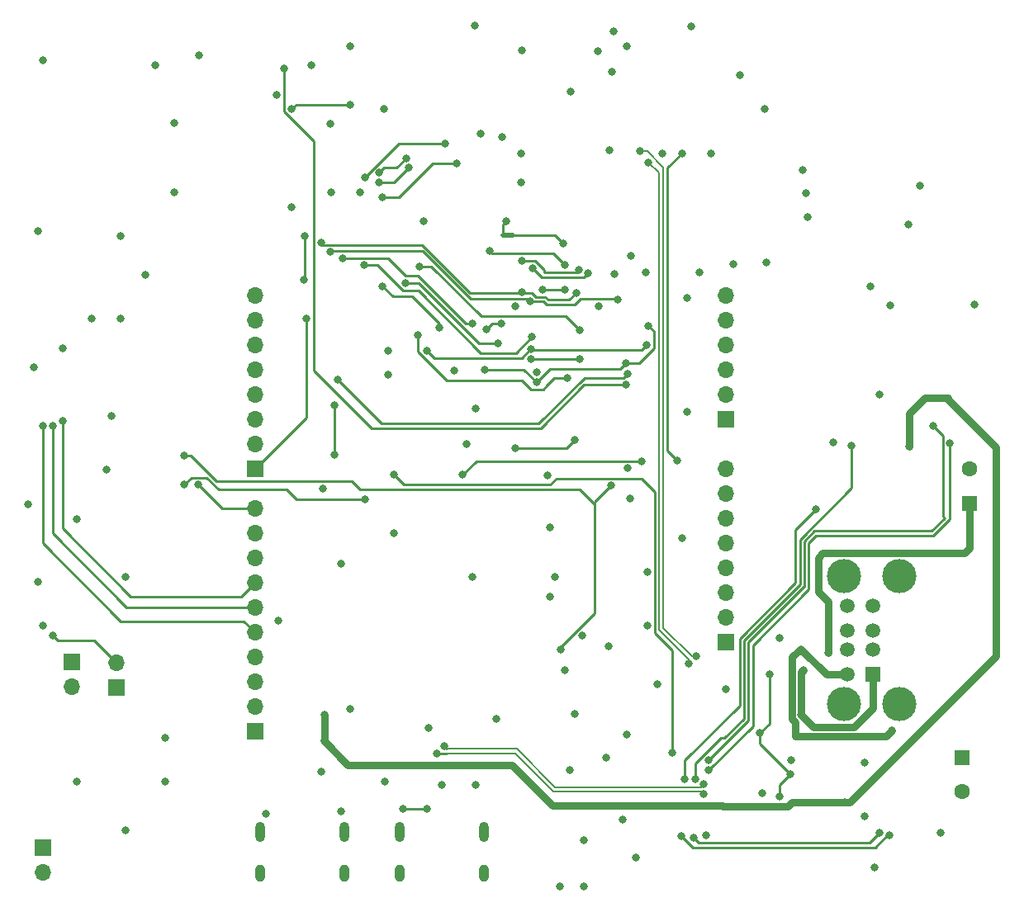
<source format=gbl>
G04 #@! TF.GenerationSoftware,KiCad,Pcbnew,8.0.8+1*
G04 #@! TF.CreationDate,2025-07-08T07:12:23+00:00*
G04 #@! TF.ProjectId,mbed-ce-ci-shield-v2,6d626564-2d63-4652-9d63-692d73686965,0*
G04 #@! TF.SameCoordinates,Original*
G04 #@! TF.FileFunction,Copper,L4,Bot*
G04 #@! TF.FilePolarity,Positive*
%FSLAX46Y46*%
G04 Gerber Fmt 4.6, Leading zero omitted, Abs format (unit mm)*
G04 Created by KiCad (PCBNEW 8.0.8+1) date 2025-07-08 07:12:23*
%MOMM*%
%LPD*%
G01*
G04 APERTURE LIST*
G04 #@! TA.AperFunction,EtchedComponent*
%ADD10C,0.000000*%
G04 #@! TD*
G04 #@! TA.AperFunction,ComponentPad*
%ADD11R,1.700000X1.700000*%
G04 #@! TD*
G04 #@! TA.AperFunction,ComponentPad*
%ADD12O,1.700000X1.700000*%
G04 #@! TD*
G04 #@! TA.AperFunction,ComponentPad*
%ADD13R,1.600000X1.600000*%
G04 #@! TD*
G04 #@! TA.AperFunction,ComponentPad*
%ADD14C,1.600000*%
G04 #@! TD*
G04 #@! TA.AperFunction,ComponentPad*
%ADD15O,1.000000X2.100000*%
G04 #@! TD*
G04 #@! TA.AperFunction,ComponentPad*
%ADD16O,1.000000X1.800000*%
G04 #@! TD*
G04 #@! TA.AperFunction,ComponentPad*
%ADD17R,1.500000X1.500000*%
G04 #@! TD*
G04 #@! TA.AperFunction,ComponentPad*
%ADD18C,1.500000*%
G04 #@! TD*
G04 #@! TA.AperFunction,ComponentPad*
%ADD19C,3.500000*%
G04 #@! TD*
G04 #@! TA.AperFunction,SMDPad,CuDef*
%ADD20C,0.500000*%
G04 #@! TD*
G04 #@! TA.AperFunction,ViaPad*
%ADD21C,0.800000*%
G04 #@! TD*
G04 #@! TA.AperFunction,Conductor*
%ADD22C,0.750000*%
G04 #@! TD*
G04 #@! TA.AperFunction,Conductor*
%ADD23C,0.250000*%
G04 #@! TD*
G04 #@! TA.AperFunction,Conductor*
%ADD24C,0.200000*%
G04 #@! TD*
G04 APERTURE END LIST*
D10*
G04 #@! TA.AperFunction,EtchedComponent*
G36*
X106170000Y-49190000D02*
G01*
X105170000Y-49190000D01*
X105170000Y-48690000D01*
X106170000Y-48690000D01*
X106170000Y-49190000D01*
G37*
G04 #@! TD.AperFunction*
D11*
X79750000Y-72870000D03*
D12*
X79750000Y-70330000D03*
X79750000Y-67790000D03*
X79750000Y-65250000D03*
X79750000Y-62710000D03*
X79750000Y-60170000D03*
X79750000Y-57630000D03*
X79750000Y-55090000D03*
D13*
X153000000Y-76402651D03*
D14*
X153000000Y-72902651D03*
D11*
X79750000Y-99794000D03*
D12*
X79750000Y-97254000D03*
X79750000Y-94714000D03*
X79750000Y-92174000D03*
X79750000Y-89634000D03*
X79750000Y-87094000D03*
X79750000Y-84554000D03*
X79750000Y-82014000D03*
X79750000Y-79474000D03*
X79750000Y-76934000D03*
D15*
X94565051Y-110160000D03*
D16*
X94565051Y-114340000D03*
D15*
X103205051Y-110160000D03*
D16*
X103205051Y-114340000D03*
D11*
X128010000Y-90650000D03*
D12*
X128010000Y-88110000D03*
X128010000Y-85570000D03*
X128010000Y-83030000D03*
X128010000Y-80490000D03*
X128010000Y-77950000D03*
X128010000Y-75410000D03*
X128010000Y-72870000D03*
D11*
X128010000Y-67790000D03*
D12*
X128010000Y-65250000D03*
X128010000Y-62710000D03*
X128010000Y-60170000D03*
X128010000Y-57630000D03*
X128010000Y-55090000D03*
D11*
X65500000Y-95275000D03*
D12*
X65500000Y-92735000D03*
D11*
X58000000Y-111725000D03*
D12*
X58000000Y-114265000D03*
D11*
X61000000Y-92725000D03*
D12*
X61000000Y-95265000D03*
D15*
X80270000Y-110160000D03*
D16*
X80270000Y-114340000D03*
D15*
X88910000Y-110160000D03*
D16*
X88910000Y-114340000D03*
D13*
X152250000Y-102500000D03*
D14*
X152250000Y-106000000D03*
D17*
X143107685Y-93940000D03*
D18*
X143107685Y-91440000D03*
X143107685Y-89440000D03*
X143107685Y-86940000D03*
X140487685Y-93940000D03*
X140487685Y-91440000D03*
X140487685Y-89440000D03*
X140487685Y-86940000D03*
D19*
X145817685Y-97010000D03*
X145817685Y-83870000D03*
X140137685Y-97010000D03*
X140137685Y-83870000D03*
D20*
X105170000Y-48940000D03*
X106170000Y-48940000D03*
D21*
X93035051Y-104940000D03*
X121025000Y-95000000D03*
X106400000Y-56200000D03*
X113500000Y-111000000D03*
X88590000Y-108015000D03*
X112500000Y-98000000D03*
X69500000Y-31500000D03*
X86535051Y-103940000D03*
X101450000Y-70300000D03*
X86700000Y-74900000D03*
X116300000Y-32137659D03*
X133500000Y-90250000D03*
X116100000Y-40200000D03*
X114900000Y-30037659D03*
X63000000Y-57500000D03*
X110500000Y-84000000D03*
X143250000Y-113750000D03*
X129500000Y-32500000D03*
X61500000Y-105000000D03*
X115750000Y-102500000D03*
X102000000Y-84000000D03*
X128800000Y-51900000D03*
X56500000Y-76500000D03*
X60000000Y-60500000D03*
X109750000Y-73550000D03*
X89500000Y-97475000D03*
X68500000Y-52975000D03*
X57500000Y-48500000D03*
X136200000Y-44600000D03*
X118750000Y-112750000D03*
X118200000Y-75950000D03*
X97000000Y-47500000D03*
X116600000Y-52900000D03*
X87500000Y-37500000D03*
X124000000Y-67000000D03*
X90500000Y-44500000D03*
X71500000Y-37394998D03*
X113250000Y-90000000D03*
X97500000Y-99500000D03*
X115000000Y-56200000D03*
X104500000Y-98500000D03*
X93000000Y-36000000D03*
X126500000Y-40500000D03*
X58000000Y-89000000D03*
X93400000Y-60800000D03*
X58000000Y-31000000D03*
X82000000Y-34500000D03*
X61500000Y-78000000D03*
X124000000Y-55337500D03*
X147900000Y-43800000D03*
X98885051Y-105265000D03*
X131760000Y-106165500D03*
X128000000Y-95500000D03*
X142220000Y-103000000D03*
X110974712Y-115713389D03*
X71500000Y-44500000D03*
X153500000Y-56000000D03*
X66500000Y-84000000D03*
X119800000Y-52725500D03*
X117900000Y-29537659D03*
X64500000Y-73000000D03*
X102910000Y-38490000D03*
X120000000Y-89000000D03*
X121500000Y-40500000D03*
X94000000Y-79500000D03*
X142250000Y-108500000D03*
X107000000Y-43500000D03*
X83500000Y-46000000D03*
X85500000Y-31500000D03*
X66500000Y-110000000D03*
X102262500Y-27405000D03*
X82150000Y-88425000D03*
X134750000Y-102750000D03*
X80840000Y-108265000D03*
X102385051Y-105265000D03*
X120000000Y-83500000D03*
X144900000Y-56100000D03*
X66000000Y-49000000D03*
X70500000Y-105000000D03*
X110000000Y-78900000D03*
X143750000Y-65250000D03*
X146850000Y-70560000D03*
X86890000Y-98070000D03*
X140220000Y-107050000D03*
X107000000Y-40525000D03*
X89500000Y-29500000D03*
X87525000Y-44500000D03*
X116500000Y-28000000D03*
X57500000Y-84500000D03*
X135900000Y-42200000D03*
X111500000Y-93500000D03*
X126000000Y-110500000D03*
X132200000Y-51700000D03*
X88600000Y-82600000D03*
X110000000Y-86000000D03*
X116040000Y-91060000D03*
X125300000Y-52700000D03*
X107110000Y-29990000D03*
X150000000Y-110250000D03*
X113474712Y-115713389D03*
X93400000Y-63200000D03*
X57050000Y-62500000D03*
X123500000Y-80000000D03*
X65000000Y-67462500D03*
X70500000Y-100500000D03*
X139000000Y-70200000D03*
X108600000Y-62975402D03*
X146700000Y-47800000D03*
X142800000Y-54200000D03*
X132000000Y-35975000D03*
X136400000Y-47037659D03*
X112010000Y-103775500D03*
X102350000Y-66700000D03*
X117950000Y-72800000D03*
X73962500Y-30500000D03*
X112100000Y-34200000D03*
X65950000Y-57500000D03*
X105070000Y-38850000D03*
X100200000Y-62800000D03*
X117870000Y-100130000D03*
X124500000Y-27500000D03*
X118250000Y-51000000D03*
X117470000Y-108850000D03*
X134620000Y-104225000D03*
X131500000Y-99975000D03*
X133500000Y-106500000D03*
X132500000Y-94000000D03*
X97385051Y-107765000D03*
X94885051Y-107765000D03*
X123800000Y-104720000D03*
X137210000Y-77060000D03*
X123487701Y-110512299D03*
X144770000Y-110470000D03*
X85000000Y-57500000D03*
X107100000Y-51500000D03*
X112964137Y-52449051D03*
X111500000Y-54500000D03*
X103800000Y-50500000D03*
X109184623Y-54500500D03*
X111500000Y-51975500D03*
X119900000Y-60200000D03*
X97400000Y-60800000D03*
X108000000Y-60600000D03*
X108000000Y-61599503D03*
X113000000Y-61600000D03*
X125750000Y-106275000D03*
X98350000Y-102070000D03*
X125750000Y-105225000D03*
X99190000Y-101340000D03*
X120100000Y-58200000D03*
X117800000Y-62000000D03*
X108600000Y-64000000D03*
X103300000Y-62700000D03*
X106450000Y-70800000D03*
X112550000Y-69950000D03*
X149250000Y-68500000D03*
X126250000Y-102750000D03*
X143750000Y-110250000D03*
X124750000Y-110750000D03*
X124900000Y-104670000D03*
X140890000Y-70500000D03*
X126262299Y-103762299D03*
X151000000Y-70250000D03*
X136000000Y-93500000D03*
X138500000Y-91750000D03*
X135754214Y-98135042D03*
X135750219Y-91378280D03*
X145000000Y-99750000D03*
X105016360Y-57975000D03*
X103475000Y-58580000D03*
X124252598Y-92871232D03*
X120100000Y-41437659D03*
X111324500Y-49800000D03*
X108200000Y-52300000D03*
X113900000Y-52800000D03*
X119229163Y-40300000D03*
X124995062Y-92128768D03*
X96600000Y-52100000D03*
X113000000Y-58680000D03*
X92840000Y-54140000D03*
X98642299Y-58382299D03*
X87890000Y-66345500D03*
X87930000Y-71430000D03*
X88230000Y-63770000D03*
X117946357Y-63125620D03*
X116900000Y-55500000D03*
X107949695Y-55675000D03*
X87494161Y-50624500D03*
X86500000Y-49700000D03*
X112700000Y-54800000D03*
X107125000Y-54737653D03*
X58000000Y-68500000D03*
X102000000Y-58012500D03*
X88700000Y-51275500D03*
X95200000Y-53800000D03*
X84800000Y-48975000D03*
X104682299Y-60000000D03*
X60000000Y-68000000D03*
X84760000Y-53500000D03*
X108110000Y-59370000D03*
X90900000Y-52000000D03*
X59000000Y-68500000D03*
X92775001Y-45020404D03*
X100425151Y-41574844D03*
X105500000Y-47500000D03*
X73900000Y-74500000D03*
X72500000Y-71500000D03*
X116250000Y-74600000D03*
X111050000Y-91400000D03*
X111760000Y-63580000D03*
X96440000Y-59190000D03*
X82725000Y-31775000D03*
X117780000Y-64260000D03*
X59000000Y-90000000D03*
X91000000Y-43000000D03*
X99225000Y-39500000D03*
X95500000Y-42000000D03*
X92500000Y-43500000D03*
X94000000Y-73500000D03*
X122500000Y-102000000D03*
X72500000Y-74500000D03*
X91000000Y-76000000D03*
X123000000Y-72000000D03*
X123500000Y-40500000D03*
X119425000Y-72075000D03*
X101000000Y-73500000D03*
X92500000Y-42500000D03*
X95225000Y-41000000D03*
X83500000Y-36000000D03*
X89500000Y-35500000D03*
D22*
X140220000Y-107050000D02*
X140760000Y-107050000D01*
X155740000Y-70710000D02*
X150780000Y-65750000D01*
X127630000Y-107390000D02*
X127740000Y-107500000D01*
X150780000Y-65560000D02*
X148460000Y-65560000D01*
X86890000Y-98070000D02*
X86890000Y-100650051D01*
X86775051Y-100765000D02*
X89262350Y-103252299D01*
X110260000Y-107390000D02*
X127630000Y-107390000D01*
X127740000Y-107500000D02*
X134361141Y-107500000D01*
X89262350Y-103252299D02*
X106122299Y-103252299D01*
X147470000Y-66550000D02*
X146850000Y-67170000D01*
X86890000Y-100650051D02*
X86775051Y-100765000D01*
X155200000Y-92610000D02*
X155740000Y-92070000D01*
X155740000Y-92070000D02*
X155740000Y-70710000D01*
X134361141Y-107500000D02*
X134811141Y-107050000D01*
X134811141Y-107050000D02*
X140220000Y-107050000D01*
X148460000Y-65560000D02*
X147470000Y-66550000D01*
X150780000Y-65750000D02*
X150780000Y-65560000D01*
X146850000Y-67170000D02*
X146850000Y-70560000D01*
X140760000Y-107050000D02*
X155200000Y-92610000D01*
X106122299Y-103252299D02*
X110260000Y-107390000D01*
D23*
X133500000Y-105345000D02*
X133500000Y-106500000D01*
X132500000Y-94000000D02*
X132500000Y-99000000D01*
X131525000Y-99975000D02*
X131500000Y-99975000D01*
X132500000Y-99000000D02*
X131525000Y-99975000D01*
X131500000Y-99975000D02*
X131500000Y-101105000D01*
X131500000Y-101105000D02*
X134620000Y-104225000D01*
X134620000Y-104225000D02*
X133500000Y-105345000D01*
X94885051Y-107765000D02*
X97385051Y-107765000D01*
X129420000Y-90307208D02*
X135150000Y-84577208D01*
X135150000Y-79120000D02*
X137210000Y-77060000D01*
X123800000Y-102770000D02*
X129420000Y-97150000D01*
X123800000Y-104720000D02*
X123800000Y-102770000D01*
X135150000Y-84577208D02*
X135150000Y-79120000D01*
X129420000Y-97150000D02*
X129420000Y-90307208D01*
X144770000Y-110470000D02*
X144555305Y-110470000D01*
X124675402Y-111700000D02*
X123487701Y-110512299D01*
X144555305Y-110470000D02*
X143325305Y-111700000D01*
X143325305Y-111700000D02*
X124675402Y-111700000D01*
X85000000Y-67620000D02*
X79750000Y-72870000D01*
X85000000Y-67620000D02*
X85000000Y-57500000D01*
X109400000Y-52700000D02*
X112713188Y-52700000D01*
X107100000Y-51500000D02*
X108425305Y-51500000D01*
X108425305Y-51500000D02*
X109400000Y-52474695D01*
X109400000Y-52474695D02*
X109400000Y-52700000D01*
X112713188Y-52700000D02*
X112964137Y-52449051D01*
X103800000Y-50500000D02*
X104075000Y-50775000D01*
X110299500Y-50775000D02*
X111500000Y-51975500D01*
X111499500Y-54500500D02*
X111500000Y-54500000D01*
X104075000Y-50775000D02*
X110299500Y-50775000D01*
X109184623Y-54500500D02*
X111499500Y-54500500D01*
X98100000Y-61500000D02*
X97400000Y-60800000D01*
X107074198Y-61500000D02*
X98100000Y-61500000D01*
X108000000Y-60600000D02*
X107974198Y-60600000D01*
X119900000Y-60200000D02*
X119375000Y-60725000D01*
X108125000Y-60725000D02*
X108000000Y-60600000D01*
X119375000Y-60725000D02*
X108125000Y-60725000D01*
X107974198Y-60600000D02*
X107074198Y-61500000D01*
X108000000Y-61599503D02*
X108000497Y-61600000D01*
X108000497Y-61600000D02*
X113000000Y-61600000D01*
D24*
X106436800Y-102065000D02*
X99430000Y-102065000D01*
X125450001Y-105975001D02*
X110346801Y-105975001D01*
X125750000Y-106275000D02*
X125450001Y-105975001D01*
D23*
X98355000Y-102065000D02*
X98350000Y-102070000D01*
D24*
X110346801Y-105975001D02*
X106436800Y-102065000D01*
D23*
X99430000Y-102065000D02*
X98355000Y-102065000D01*
X99430000Y-101580000D02*
X99190000Y-101340000D01*
D24*
X110533199Y-105524999D02*
X106623200Y-101615000D01*
X125750000Y-105225000D02*
X125450001Y-105524999D01*
X125450001Y-105524999D02*
X110533199Y-105524999D01*
X106623200Y-101615000D02*
X99430000Y-101615000D01*
D23*
X99430000Y-101615000D02*
X99430000Y-101580000D01*
X108600000Y-64000000D02*
X107300000Y-62700000D01*
X120100000Y-58200000D02*
X120625000Y-58725000D01*
X108600000Y-64000000D02*
X110000000Y-62600000D01*
X119125305Y-62000000D02*
X117800000Y-62000000D01*
X107300000Y-62700000D02*
X103300000Y-62700000D01*
X120625000Y-60500305D02*
X119125305Y-62000000D01*
X120625000Y-58725000D02*
X120625000Y-60500305D01*
X117200000Y-62600000D02*
X117800000Y-62000000D01*
X110000000Y-62600000D02*
X117200000Y-62600000D01*
X106450000Y-70800000D02*
X111700000Y-70800000D01*
X111700000Y-70800000D02*
X112550000Y-69950000D01*
X137113604Y-79250000D02*
X149113604Y-79250000D01*
X136000000Y-85000000D02*
X136050000Y-85000000D01*
X136050000Y-80313604D02*
X137113604Y-79250000D01*
X150275000Y-69525000D02*
X149250000Y-68500000D01*
X149113604Y-79250000D02*
X150431802Y-77931802D01*
X150431802Y-77931802D02*
X150275000Y-77775000D01*
X130325000Y-98675000D02*
X130325000Y-90675000D01*
X126250000Y-102750000D02*
X130325000Y-98675000D01*
X150275000Y-77775000D02*
X150275000Y-69525000D01*
X136050000Y-85000000D02*
X136050000Y-80313604D01*
X130325000Y-90675000D02*
X136000000Y-85000000D01*
X125250000Y-111250000D02*
X124750000Y-110750000D01*
X143750000Y-110250000D02*
X142750000Y-111250000D01*
X126000000Y-111250000D02*
X125250000Y-111250000D01*
X142750000Y-111250000D02*
X126000000Y-111250000D01*
X140890000Y-74837208D02*
X140890000Y-70500000D01*
X129870000Y-98493604D02*
X129870000Y-90493604D01*
X124900000Y-104670000D02*
X124900000Y-103074695D01*
X135600000Y-84763604D02*
X135600000Y-80127208D01*
X124900000Y-103074695D02*
X127504695Y-100470000D01*
X127893604Y-100470000D02*
X129870000Y-98493604D01*
X129870000Y-90493604D02*
X135600000Y-84763604D01*
X135600000Y-80127208D02*
X140890000Y-74837208D01*
X127504695Y-100470000D02*
X127893604Y-100470000D01*
X136500000Y-80500000D02*
X136500000Y-85250000D01*
X151000000Y-78000000D02*
X149250000Y-79750000D01*
X130775000Y-99250305D02*
X126263006Y-103762299D01*
X126263006Y-103762299D02*
X126262299Y-103762299D01*
X151000000Y-70250000D02*
X151000000Y-78000000D01*
X137250000Y-79750000D02*
X136500000Y-80500000D01*
X130775000Y-90975000D02*
X130775000Y-99250305D01*
X136500000Y-85250000D02*
X130775000Y-90975000D01*
X149250000Y-79750000D02*
X137250000Y-79750000D01*
D22*
X135754214Y-93745786D02*
X136000000Y-93500000D01*
X135754214Y-98135042D02*
X135754214Y-93745786D01*
X136954172Y-99335000D02*
X135754214Y-98135042D01*
X152455000Y-81545000D02*
X153000000Y-81000000D01*
X153000000Y-81000000D02*
X153000000Y-76402651D01*
X143107685Y-97392315D02*
X141165000Y-99335000D01*
X138500000Y-91750000D02*
X138500000Y-86500000D01*
X143107685Y-93940000D02*
X143107685Y-97392315D01*
X141165000Y-99335000D02*
X136954172Y-99335000D01*
X137955000Y-81545000D02*
X152455000Y-81545000D01*
X138500000Y-86500000D02*
X137500000Y-85500000D01*
X137500000Y-82000000D02*
X137955000Y-81545000D01*
X137500000Y-85500000D02*
X137500000Y-82000000D01*
X135621720Y-91378280D02*
X134804214Y-92195786D01*
X135120000Y-100285000D02*
X144465000Y-100285000D01*
X144465000Y-100285000D02*
X145000000Y-99750000D01*
X134779214Y-97731183D02*
X134779214Y-98538901D01*
X135120000Y-98879687D02*
X135120000Y-100285000D01*
X138311939Y-93940000D02*
X135750219Y-91378280D01*
X134779214Y-98538901D02*
X135120000Y-98879687D01*
X134804214Y-97706183D02*
X134779214Y-97731183D01*
X134804214Y-92195786D02*
X134804214Y-97706183D01*
X140487685Y-93940000D02*
X138311939Y-93940000D01*
X135750219Y-91378280D02*
X135621720Y-91378280D01*
D23*
X105016360Y-57975000D02*
X104080000Y-57975000D01*
X104080000Y-57975000D02*
X103475000Y-58580000D01*
D24*
X121175000Y-89369369D02*
X121175000Y-42512659D01*
X124252598Y-92446967D02*
X121175000Y-89369369D01*
X121175000Y-42512659D02*
X120100000Y-41437659D01*
X124252598Y-92871232D02*
X124252598Y-92446967D01*
D23*
X106170000Y-48940000D02*
X110464500Y-48940000D01*
X110464500Y-48940000D02*
X111324500Y-49800000D01*
X109150000Y-53250000D02*
X111500000Y-53250000D01*
X113450000Y-53250000D02*
X113900000Y-52800000D01*
X111500000Y-53250000D02*
X113450000Y-53250000D01*
X108200000Y-52300000D02*
X109150000Y-53250000D01*
D24*
X121625000Y-41972709D02*
X119952291Y-40300000D01*
X124995062Y-92128768D02*
X124570797Y-92128768D01*
X124570797Y-92128768D02*
X121625000Y-89182971D01*
X119952291Y-40300000D02*
X119229163Y-40300000D01*
X121625000Y-89182971D02*
X121625000Y-41972709D01*
X119500000Y-40300000D02*
X119500000Y-40247709D01*
X119229163Y-40300000D02*
X119500000Y-40300000D01*
D23*
X102977208Y-57250000D02*
X111570000Y-57250000D01*
X111570000Y-57250000D02*
X113000000Y-58680000D01*
X97827208Y-52100000D02*
X102977208Y-57250000D01*
X96600000Y-52100000D02*
X97827208Y-52100000D01*
X92840000Y-54140000D02*
X93880000Y-55180000D01*
X95880000Y-55180000D02*
X98642299Y-57942299D01*
X98642299Y-57942299D02*
X98642299Y-58382299D01*
X93880000Y-55180000D02*
X95880000Y-55180000D01*
X108827208Y-68240000D02*
X92700000Y-68240000D01*
X87890000Y-66345500D02*
X87890000Y-71390000D01*
X87890000Y-71390000D02*
X87930000Y-71430000D01*
X117946357Y-63125620D02*
X117536977Y-63535000D01*
X117536977Y-63535000D02*
X113532208Y-63535000D01*
X92700000Y-68240000D02*
X88230000Y-63770000D01*
X113532208Y-63535000D02*
X108827208Y-68240000D01*
X101826257Y-55462653D02*
X107737348Y-55462653D01*
X109625305Y-56000000D02*
X112525305Y-56000000D01*
X109300305Y-55675000D02*
X109625305Y-56000000D01*
X96914104Y-50550500D02*
X101826257Y-55462653D01*
X112525305Y-56000000D02*
X113125305Y-55400000D01*
X87568161Y-50550500D02*
X96914104Y-50550500D01*
X116800000Y-55400000D02*
X116900000Y-55500000D01*
X107737348Y-55462653D02*
X107949695Y-55675000D01*
X87494161Y-50624500D02*
X87568161Y-50550500D01*
X107949695Y-55675000D02*
X109300305Y-55675000D01*
X113125305Y-55400000D02*
X116800000Y-55400000D01*
X96900000Y-49900000D02*
X101800000Y-54800000D01*
X107070000Y-54800000D02*
X108100000Y-54800000D01*
X86700000Y-49900000D02*
X87674695Y-49900000D01*
X87679948Y-49894747D02*
X87880964Y-49894747D01*
X111950000Y-55550000D02*
X109811701Y-55550000D01*
X101800000Y-54800000D02*
X107070000Y-54800000D01*
X108525000Y-55225000D02*
X108100000Y-54800000D01*
X87886217Y-49900000D02*
X96900000Y-49900000D01*
X109811701Y-55550000D02*
X109486701Y-55225000D01*
X109486701Y-55225000D02*
X108525000Y-55225000D01*
X87674695Y-49900000D02*
X87679948Y-49894747D01*
X107070000Y-54800000D02*
X107070000Y-54792653D01*
X87880964Y-49894747D02*
X87886217Y-49900000D01*
X107070000Y-54792653D02*
X107125000Y-54737653D01*
X86500000Y-49700000D02*
X86700000Y-49900000D01*
X112700000Y-54800000D02*
X111950000Y-55550000D01*
X101358896Y-58012500D02*
X96421396Y-53075000D01*
X66000000Y-88500000D02*
X78616000Y-88500000D01*
X95200000Y-53075000D02*
X93400500Y-51275500D01*
X102000000Y-58012500D02*
X101358896Y-58012500D01*
X78616000Y-88500000D02*
X79750000Y-89634000D01*
X96421396Y-53075000D02*
X95200000Y-53075000D01*
X58000000Y-80500000D02*
X66000000Y-88500000D01*
X93400500Y-51275500D02*
X88700000Y-51275500D01*
X58000000Y-68500000D02*
X58000000Y-80500000D01*
X96510000Y-53800000D02*
X95200000Y-53800000D01*
X60000000Y-68000000D02*
X60000000Y-79000000D01*
X84800000Y-48975000D02*
X84800000Y-53460000D01*
X60000000Y-79000000D02*
X67000000Y-86000000D01*
X67000000Y-86000000D02*
X78304000Y-86000000D01*
X104682299Y-60000000D02*
X102710000Y-60000000D01*
X78304000Y-86000000D02*
X79750000Y-84554000D01*
X102710000Y-60000000D02*
X96510000Y-53800000D01*
X84800000Y-53460000D02*
X84760000Y-53500000D01*
X92300000Y-52000000D02*
X94900000Y-54600000D01*
X106480000Y-61000000D02*
X108110000Y-59370000D01*
X90900000Y-52000000D02*
X92300000Y-52000000D01*
X59000000Y-79500000D02*
X66594000Y-87094000D01*
X94900000Y-54600000D02*
X96510000Y-54600000D01*
X102910000Y-61000000D02*
X106480000Y-61000000D01*
X66594000Y-87094000D02*
X79750000Y-87094000D01*
X59000000Y-68500000D02*
X59000000Y-79500000D01*
X96510000Y-54600000D02*
X102910000Y-61000000D01*
X97925156Y-41574844D02*
X100425151Y-41574844D01*
X92775001Y-45020404D02*
X94479596Y-45020404D01*
X76334000Y-76934000D02*
X73900000Y-74500000D01*
X105170000Y-48940000D02*
X105170000Y-47830000D01*
X105170000Y-47830000D02*
X105500000Y-47500000D01*
X79750000Y-76934000D02*
X76334000Y-76934000D01*
X94479596Y-45020404D02*
X97925156Y-41574844D01*
X114550000Y-87674695D02*
X114550000Y-76500000D01*
X111050000Y-91400000D02*
X111050000Y-91174695D01*
X114550000Y-76300000D02*
X116250000Y-74600000D01*
X114550000Y-76500000D02*
X113050000Y-75000000D01*
X74136396Y-72500000D02*
X73136396Y-71500000D01*
X114550000Y-76500000D02*
X114550000Y-76300000D01*
X89675000Y-74175000D02*
X75811396Y-74175000D01*
X111050000Y-91174695D02*
X114550000Y-87674695D01*
X113050000Y-75000000D02*
X90500000Y-75000000D01*
X90500000Y-75000000D02*
X89675000Y-74175000D01*
X75811396Y-74175000D02*
X74136396Y-72500000D01*
X73136396Y-71500000D02*
X72500000Y-71500000D01*
X109295000Y-64725000D02*
X109690000Y-64330000D01*
X108015000Y-64725000D02*
X109295000Y-64725000D01*
X109690000Y-64330000D02*
X110440000Y-63580000D01*
X107180000Y-63890000D02*
X108015000Y-64725000D01*
X96440000Y-59190000D02*
X96440000Y-60865305D01*
X110440000Y-63580000D02*
X111760000Y-63580000D01*
X107090000Y-63800000D02*
X107180000Y-63890000D01*
X104530000Y-63800000D02*
X107090000Y-63800000D01*
X99374695Y-63800000D02*
X104530000Y-63800000D01*
X96440000Y-60865305D02*
X99374695Y-63800000D01*
X109013604Y-68690000D02*
X91700000Y-68690000D01*
X117780000Y-64260000D02*
X113443604Y-64260000D01*
X113443604Y-64260000D02*
X109013604Y-68690000D01*
X91700000Y-68690000D02*
X85775000Y-62765000D01*
X85775000Y-39300305D02*
X82725000Y-36250305D01*
X85775000Y-62765000D02*
X85775000Y-39300305D01*
X82725000Y-36250305D02*
X82725000Y-31775000D01*
X59000000Y-90000000D02*
X59500000Y-90500000D01*
X59500000Y-90500000D02*
X63265000Y-90500000D01*
X63265000Y-90500000D02*
X65500000Y-92735000D01*
X91000000Y-43000000D02*
X91000000Y-42974695D01*
X94474695Y-39500000D02*
X99225000Y-39500000D01*
X91000000Y-42974695D02*
X94474695Y-39500000D01*
X94000000Y-43500000D02*
X92500000Y-43500000D01*
X95500000Y-42000000D02*
X94000000Y-43500000D01*
X76000000Y-75000000D02*
X74775000Y-73775000D01*
X84000000Y-76000000D02*
X83000000Y-75000000D01*
X120725000Y-75225000D02*
X119375000Y-73875000D01*
X120725000Y-89725000D02*
X120725000Y-75225000D01*
X74775000Y-73775000D02*
X73225000Y-73775000D01*
X95000000Y-74500000D02*
X94000000Y-73500000D01*
X91000000Y-76000000D02*
X84000000Y-76000000D01*
X83000000Y-75000000D02*
X76000000Y-75000000D01*
X122500000Y-91500000D02*
X120725000Y-89725000D01*
X73225000Y-73775000D02*
X72500000Y-74500000D01*
X110625000Y-73875000D02*
X110000000Y-74500000D01*
X119375000Y-73875000D02*
X110625000Y-73875000D01*
X122500000Y-102000000D02*
X122500000Y-91500000D01*
X110000000Y-74500000D02*
X95000000Y-74500000D01*
X122050000Y-41950000D02*
X123500000Y-40500000D01*
X102425000Y-72075000D02*
X119425000Y-72075000D01*
X101000000Y-73500000D02*
X102425000Y-72075000D01*
X123000000Y-72000000D02*
X122050000Y-71050000D01*
X122050000Y-71050000D02*
X122050000Y-41950000D01*
X93000000Y-42000000D02*
X94225000Y-42000000D01*
X94225000Y-42000000D02*
X95225000Y-41000000D01*
X92500000Y-42500000D02*
X93000000Y-42000000D01*
X83500000Y-36000000D02*
X84000000Y-35500000D01*
X84000000Y-35500000D02*
X89500000Y-35500000D01*
M02*

</source>
